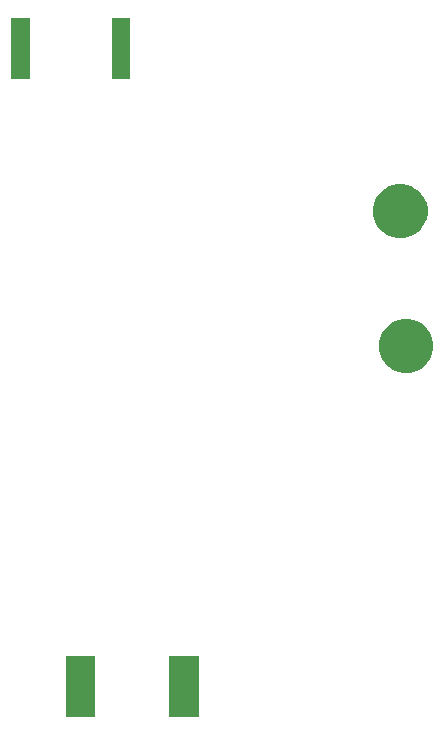
<source format=gbr>
G04 #@! TF.GenerationSoftware,KiCad,Pcbnew,5.1.5-52549c5~84~ubuntu18.04.1*
G04 #@! TF.CreationDate,2020-05-02T14:22:08+09:30*
G04 #@! TF.ProjectId,FirstMixer,46697273-744d-4697-9865-722e6b696361,rev?*
G04 #@! TF.SameCoordinates,Original*
G04 #@! TF.FileFunction,Soldermask,Bot*
G04 #@! TF.FilePolarity,Negative*
%FSLAX46Y46*%
G04 Gerber Fmt 4.6, Leading zero omitted, Abs format (unit mm)*
G04 Created by KiCad (PCBNEW 5.1.5-52549c5~84~ubuntu18.04.1) date 2020-05-02 14:22:08*
%MOMM*%
%LPD*%
G04 APERTURE LIST*
%ADD10C,0.100000*%
G04 APERTURE END LIST*
D10*
G36*
X117641000Y-169111000D02*
G01*
X115119000Y-169111000D01*
X115119000Y-163929000D01*
X117641000Y-163929000D01*
X117641000Y-169111000D01*
G37*
G36*
X108881000Y-169111000D02*
G01*
X106359000Y-169111000D01*
X106359000Y-163929000D01*
X108881000Y-163929000D01*
X108881000Y-169111000D01*
G37*
G36*
X135871304Y-135487002D02*
G01*
X136290139Y-135660489D01*
X136290141Y-135660490D01*
X136479891Y-135787277D01*
X136667082Y-135912354D01*
X136987646Y-136232918D01*
X137239511Y-136609861D01*
X137412998Y-137028696D01*
X137501440Y-137473327D01*
X137501440Y-137926673D01*
X137412998Y-138371304D01*
X137239511Y-138790139D01*
X137239510Y-138790141D01*
X136987645Y-139167083D01*
X136667083Y-139487645D01*
X136290141Y-139739510D01*
X136290140Y-139739511D01*
X136290139Y-139739511D01*
X135871304Y-139912998D01*
X135426673Y-140001440D01*
X134973327Y-140001440D01*
X134528696Y-139912998D01*
X134109861Y-139739511D01*
X134109860Y-139739511D01*
X134109859Y-139739510D01*
X133732917Y-139487645D01*
X133412355Y-139167083D01*
X133160490Y-138790141D01*
X133160489Y-138790139D01*
X132987002Y-138371304D01*
X132898560Y-137926673D01*
X132898560Y-137473327D01*
X132987002Y-137028696D01*
X133160489Y-136609861D01*
X133412354Y-136232918D01*
X133732918Y-135912354D01*
X133920109Y-135787277D01*
X134109859Y-135660490D01*
X134109861Y-135660489D01*
X134528696Y-135487002D01*
X134973327Y-135398560D01*
X135426673Y-135398560D01*
X135871304Y-135487002D01*
G37*
G36*
X135371304Y-124087002D02*
G01*
X135790139Y-124260489D01*
X135790141Y-124260490D01*
X135979891Y-124387277D01*
X136167082Y-124512354D01*
X136487646Y-124832918D01*
X136739511Y-125209861D01*
X136912998Y-125628696D01*
X137001440Y-126073327D01*
X137001440Y-126526673D01*
X136912998Y-126971304D01*
X136739511Y-127390139D01*
X136739510Y-127390141D01*
X136487645Y-127767083D01*
X136167083Y-128087645D01*
X135790141Y-128339510D01*
X135790140Y-128339511D01*
X135790139Y-128339511D01*
X135371304Y-128512998D01*
X134926673Y-128601440D01*
X134473327Y-128601440D01*
X134028696Y-128512998D01*
X133609861Y-128339511D01*
X133609860Y-128339511D01*
X133609859Y-128339510D01*
X133232917Y-128087645D01*
X132912355Y-127767083D01*
X132660490Y-127390141D01*
X132660489Y-127390139D01*
X132487002Y-126971304D01*
X132398560Y-126526673D01*
X132398560Y-126073327D01*
X132487002Y-125628696D01*
X132660489Y-125209861D01*
X132912354Y-124832918D01*
X133232918Y-124512354D01*
X133420109Y-124387277D01*
X133609859Y-124260490D01*
X133609861Y-124260489D01*
X134028696Y-124087002D01*
X134473327Y-123998560D01*
X134926673Y-123998560D01*
X135371304Y-124087002D01*
G37*
G36*
X111851000Y-115091000D02*
G01*
X110249000Y-115091000D01*
X110249000Y-109909000D01*
X111851000Y-109909000D01*
X111851000Y-115091000D01*
G37*
G36*
X103351000Y-115091000D02*
G01*
X101749000Y-115091000D01*
X101749000Y-109909000D01*
X103351000Y-109909000D01*
X103351000Y-115091000D01*
G37*
M02*

</source>
